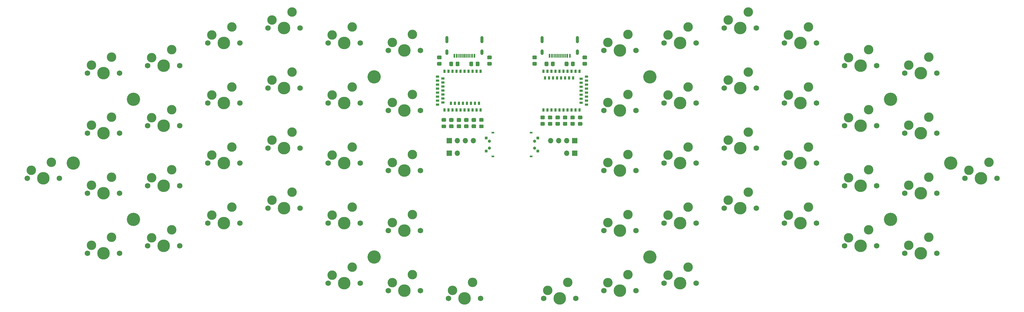
<source format=gts>
%TF.GenerationSoftware,KiCad,Pcbnew,(5.1.7)-1*%
%TF.CreationDate,2021-02-08T18:02:38+08:00*%
%TF.ProjectId,jiran-ble,6a697261-6e2d-4626-9c65-2e6b69636164,rev?*%
%TF.SameCoordinates,Original*%
%TF.FileFunction,Soldermask,Top*%
%TF.FilePolarity,Negative*%
%FSLAX46Y46*%
G04 Gerber Fmt 4.6, Leading zero omitted, Abs format (unit mm)*
G04 Created by KiCad (PCBNEW (5.1.7)-1) date 2021-02-08 18:02:38*
%MOMM*%
%LPD*%
G01*
G04 APERTURE LIST*
%ADD10R,0.650000X1.000000*%
%ADD11R,1.000000X0.650000*%
%ADD12C,3.987800*%
%ADD13C,3.000000*%
%ADD14C,1.750000*%
%ADD15R,0.900000X0.900000*%
%ADD16R,0.900000X0.500000*%
%ADD17C,1.000000*%
%ADD18R,0.300000X1.250000*%
%ADD19R,0.540000X1.250000*%
%ADD20O,1.700000X1.700000*%
%ADD21R,1.700000X1.700000*%
%ADD22C,4.200000*%
G04 APERTURE END LIST*
D10*
%TO.C,U5*%
X196155000Y-67237750D03*
X204283000Y-57077750D03*
X200473000Y-57077750D03*
D11*
X208534000Y-56698750D03*
D10*
X199965000Y-67237750D03*
X197425000Y-67237750D03*
D11*
X206823000Y-62411750D03*
D10*
X197425000Y-54999750D03*
D11*
X206823000Y-59871750D03*
X208534000Y-64318750D03*
D10*
X205045000Y-67237750D03*
X198695000Y-54999750D03*
D11*
X206823000Y-63681750D03*
X206823000Y-58601750D03*
D10*
X195393000Y-57077750D03*
X199965000Y-54999750D03*
X203013000Y-57077750D03*
X201235000Y-67237750D03*
X202505000Y-67237750D03*
X197933000Y-57077750D03*
X206315000Y-67237750D03*
X206315000Y-54999750D03*
X199203000Y-57077750D03*
D11*
X208534000Y-65588750D03*
D10*
X201743000Y-57077750D03*
X194885000Y-67237750D03*
X196663000Y-57077750D03*
D11*
X208534000Y-57968750D03*
D10*
X205045000Y-54999750D03*
X196155000Y-54999750D03*
D11*
X208534000Y-63048750D03*
D10*
X202505000Y-54999750D03*
D11*
X208534000Y-61778750D03*
D10*
X194885000Y-54999750D03*
D11*
X206823000Y-64951750D03*
X208534000Y-59238750D03*
X206823000Y-61141750D03*
X208534000Y-60508750D03*
D10*
X203775000Y-67237750D03*
X198695000Y-67237750D03*
D11*
X206823000Y-57331750D03*
D10*
X201235000Y-54999750D03*
X203775000Y-54999750D03*
%TD*%
%TO.C,U2*%
X173732500Y-54999750D03*
X165604500Y-65159750D03*
X169414500Y-65159750D03*
D11*
X161353500Y-65538750D03*
D10*
X169922500Y-54999750D03*
X172462500Y-54999750D03*
D11*
X163064500Y-59825750D03*
D10*
X172462500Y-67237750D03*
D11*
X163064500Y-62365750D03*
X161353500Y-57918750D03*
D10*
X164842500Y-54999750D03*
X171192500Y-67237750D03*
D11*
X163064500Y-58555750D03*
X163064500Y-63635750D03*
D10*
X174494500Y-65159750D03*
X169922500Y-67237750D03*
X166874500Y-65159750D03*
X168652500Y-54999750D03*
X167382500Y-54999750D03*
X171954500Y-65159750D03*
X163572500Y-54999750D03*
X163572500Y-67237750D03*
X170684500Y-65159750D03*
D11*
X161353500Y-56648750D03*
D10*
X168144500Y-65159750D03*
X175002500Y-54999750D03*
X173224500Y-65159750D03*
D11*
X161353500Y-64268750D03*
D10*
X164842500Y-67237750D03*
X173732500Y-67237750D03*
D11*
X161353500Y-59188750D03*
D10*
X167382500Y-67237750D03*
D11*
X161353500Y-60458750D03*
D10*
X175002500Y-67237750D03*
D11*
X163064500Y-57285750D03*
X161353500Y-62998750D03*
X163064500Y-61095750D03*
X161353500Y-61728750D03*
D10*
X166112500Y-54999750D03*
X171192500Y-54999750D03*
D11*
X163064500Y-64905750D03*
D10*
X168652500Y-67237750D03*
X166112500Y-67237750D03*
%TD*%
D12*
%TO.C,SW32*%
X295275000Y-53181250D03*
D13*
X297815000Y-48101250D03*
D14*
X300355000Y-53181250D03*
D13*
X291465000Y-50641250D03*
D14*
X290195000Y-53181250D03*
%TD*%
D12*
%TO.C,SW31*%
X314325000Y-55562500D03*
D13*
X316865000Y-50482500D03*
D14*
X319405000Y-55562500D03*
D13*
X310515000Y-53022500D03*
D14*
X309245000Y-55562500D03*
%TD*%
D12*
%TO.C,SW29*%
X169862500Y-127000000D03*
D13*
X172402500Y-121920000D03*
D14*
X174942500Y-127000000D03*
D13*
X166052500Y-124460000D03*
D14*
X164782500Y-127000000D03*
%TD*%
D15*
%TO.C,SW1*%
X176800000Y-80332000D03*
X176800000Y-76132000D03*
D16*
X178900000Y-82032000D03*
X178900000Y-74432000D03*
D17*
X177800000Y-79332000D03*
X177800000Y-77132000D03*
%TD*%
%TO.C,R18*%
G36*
G01*
X199840001Y-72243750D02*
X198939999Y-72243750D01*
G75*
G02*
X198690000Y-71993751I0J249999D01*
G01*
X198690000Y-71293749D01*
G75*
G02*
X198939999Y-71043750I249999J0D01*
G01*
X199840001Y-71043750D01*
G75*
G02*
X200090000Y-71293749I0J-249999D01*
G01*
X200090000Y-71993751D01*
G75*
G02*
X199840001Y-72243750I-249999J0D01*
G01*
G37*
G36*
G01*
X199840001Y-70243750D02*
X198939999Y-70243750D01*
G75*
G02*
X198690000Y-69993751I0J249999D01*
G01*
X198690000Y-69293749D01*
G75*
G02*
X198939999Y-69043750I249999J0D01*
G01*
X199840001Y-69043750D01*
G75*
G02*
X200090000Y-69293749I0J-249999D01*
G01*
X200090000Y-69993751D01*
G75*
G02*
X199840001Y-70243750I-249999J0D01*
G01*
G37*
%TD*%
%TO.C,R17*%
G36*
G01*
X204570751Y-72243750D02*
X203670749Y-72243750D01*
G75*
G02*
X203420750Y-71993751I0J249999D01*
G01*
X203420750Y-71293749D01*
G75*
G02*
X203670749Y-71043750I249999J0D01*
G01*
X204570751Y-71043750D01*
G75*
G02*
X204820750Y-71293749I0J-249999D01*
G01*
X204820750Y-71993751D01*
G75*
G02*
X204570751Y-72243750I-249999J0D01*
G01*
G37*
G36*
G01*
X204570751Y-70243750D02*
X203670749Y-70243750D01*
G75*
G02*
X203420750Y-69993751I0J249999D01*
G01*
X203420750Y-69293749D01*
G75*
G02*
X203670749Y-69043750I249999J0D01*
G01*
X204570751Y-69043750D01*
G75*
G02*
X204820750Y-69293749I0J-249999D01*
G01*
X204820750Y-69993751D01*
G75*
G02*
X204570751Y-70243750I-249999J0D01*
G01*
G37*
%TD*%
D18*
%TO.C,J5*%
X200775000Y-50087500D03*
D17*
X205600300Y-44627800D03*
X205600300Y-44932600D03*
X194449700Y-45554900D03*
D18*
X199275000Y-50087500D03*
D19*
X197625000Y-50087500D03*
D17*
X194449700Y-45262800D03*
X194449700Y-44919900D03*
X194449700Y-44615100D03*
X194449400Y-44335700D03*
X205600300Y-45275500D03*
D18*
X201275000Y-50087500D03*
X199775000Y-50087500D03*
D19*
X202425000Y-50087500D03*
X196825000Y-50087500D03*
D17*
X194449700Y-49098200D03*
X194450000Y-49343500D03*
X194450000Y-48581500D03*
X194450000Y-48844200D03*
X205600600Y-49343500D03*
X205600600Y-48581500D03*
X205600300Y-49098200D03*
D19*
X203225000Y-50087500D03*
D18*
X198275000Y-50087500D03*
X200275000Y-50087500D03*
D17*
X205600600Y-48844200D03*
X205600300Y-45567600D03*
X205600000Y-44348400D03*
D18*
X201783000Y-50087500D03*
X198775000Y-50087500D03*
%TD*%
D20*
%TO.C,J3*%
X172720000Y-76993750D03*
D21*
X165100000Y-76993750D03*
D20*
X167640000Y-76993750D03*
X170180000Y-76993750D03*
%TD*%
D18*
%TO.C,J2*%
X170612500Y-50087500D03*
D17*
X175437800Y-44627800D03*
X175437800Y-44932600D03*
X164287200Y-45554900D03*
D18*
X169112500Y-50087500D03*
D19*
X167462500Y-50087500D03*
D17*
X164287200Y-45262800D03*
X164287200Y-44919900D03*
X164287200Y-44615100D03*
X164286900Y-44335700D03*
X175437800Y-45275500D03*
D18*
X171112500Y-50087500D03*
X169612500Y-50087500D03*
D19*
X172262500Y-50087500D03*
X166662500Y-50087500D03*
D17*
X164287200Y-49098200D03*
X164287500Y-49343500D03*
X164287500Y-48581500D03*
X164287500Y-48844200D03*
X175438100Y-49343500D03*
X175438100Y-48581500D03*
X175437800Y-49098200D03*
D19*
X173062500Y-50087500D03*
D18*
X168112500Y-50087500D03*
X170112500Y-50087500D03*
D17*
X175438100Y-48844200D03*
X175437800Y-45567600D03*
X175437500Y-44348400D03*
D18*
X171620500Y-50087500D03*
X168612500Y-50087500D03*
%TD*%
D22*
%TO.C,HM10*%
X323850000Y-84137500D03*
%TD*%
%TO.C,HM9*%
X304800000Y-101996875D03*
%TD*%
%TO.C,HM8*%
X304800000Y-63896875D03*
%TD*%
%TO.C,HM7*%
X228600000Y-56753125D03*
%TD*%
%TO.C,HM6*%
X228600000Y-113903125D03*
%TD*%
%TO.C,HM5*%
X46037500Y-84137500D03*
%TD*%
%TO.C,HM4*%
X65087500Y-101996875D03*
%TD*%
%TO.C,HM3*%
X65087500Y-63896875D03*
%TD*%
%TO.C,HM2*%
X141287500Y-56753125D03*
%TD*%
%TO.C,HM1*%
X141287500Y-113903125D03*
%TD*%
D12*
%TO.C,SW58*%
X200025000Y-127000000D03*
D13*
X202565000Y-121920000D03*
D14*
X205105000Y-127000000D03*
D13*
X196215000Y-124460000D03*
D14*
X194945000Y-127000000D03*
%TD*%
D12*
%TO.C,SW57*%
X219075000Y-124618750D03*
D13*
X221615000Y-119538750D03*
D14*
X224155000Y-124618750D03*
D13*
X215265000Y-122078750D03*
D14*
X213995000Y-124618750D03*
%TD*%
D12*
%TO.C,SW56*%
X238125000Y-122237500D03*
D13*
X240665000Y-117157500D03*
D14*
X243205000Y-122237500D03*
D13*
X234315000Y-119697500D03*
D14*
X233045000Y-122237500D03*
%TD*%
D12*
%TO.C,SW55*%
X333375000Y-88900000D03*
D13*
X335915000Y-83820000D03*
D14*
X338455000Y-88900000D03*
D13*
X329565000Y-86360000D03*
D14*
X328295000Y-88900000D03*
%TD*%
D12*
%TO.C,SW54*%
X219075000Y-105568750D03*
D13*
X221615000Y-100488750D03*
D14*
X224155000Y-105568750D03*
D13*
X215265000Y-103028750D03*
D14*
X213995000Y-105568750D03*
%TD*%
D12*
%TO.C,SW53*%
X238125000Y-103187500D03*
D13*
X240665000Y-98107500D03*
D14*
X243205000Y-103187500D03*
D13*
X234315000Y-100647500D03*
D14*
X233045000Y-103187500D03*
%TD*%
D12*
%TO.C,SW52*%
X257175000Y-98425000D03*
D13*
X259715000Y-93345000D03*
D14*
X262255000Y-98425000D03*
D13*
X253365000Y-95885000D03*
D14*
X252095000Y-98425000D03*
%TD*%
D12*
%TO.C,SW51*%
X276225000Y-103187500D03*
D13*
X278765000Y-98107500D03*
D14*
X281305000Y-103187500D03*
D13*
X272415000Y-100647500D03*
D14*
X271145000Y-103187500D03*
%TD*%
D12*
%TO.C,SW50*%
X295275000Y-110331250D03*
D13*
X297815000Y-105251250D03*
D14*
X300355000Y-110331250D03*
D13*
X291465000Y-107791250D03*
D14*
X290195000Y-110331250D03*
%TD*%
D12*
%TO.C,SW49*%
X314325000Y-112712500D03*
D13*
X316865000Y-107632500D03*
D14*
X319405000Y-112712500D03*
D13*
X310515000Y-110172500D03*
D14*
X309245000Y-112712500D03*
%TD*%
D12*
%TO.C,SW48*%
X219075000Y-86518750D03*
D13*
X221615000Y-81438750D03*
D14*
X224155000Y-86518750D03*
D13*
X215265000Y-83978750D03*
D14*
X213995000Y-86518750D03*
%TD*%
D12*
%TO.C,SW47*%
X238125000Y-84137500D03*
D13*
X240665000Y-79057500D03*
D14*
X243205000Y-84137500D03*
D13*
X234315000Y-81597500D03*
D14*
X233045000Y-84137500D03*
%TD*%
D12*
%TO.C,SW46*%
X257175000Y-79375000D03*
D13*
X259715000Y-74295000D03*
D14*
X262255000Y-79375000D03*
D13*
X253365000Y-76835000D03*
D14*
X252095000Y-79375000D03*
%TD*%
D12*
%TO.C,SW45*%
X276225000Y-84137500D03*
D13*
X278765000Y-79057500D03*
D14*
X281305000Y-84137500D03*
D13*
X272415000Y-81597500D03*
D14*
X271145000Y-84137500D03*
%TD*%
D12*
%TO.C,SW44*%
X295275000Y-91281250D03*
D13*
X297815000Y-86201250D03*
D14*
X300355000Y-91281250D03*
D13*
X291465000Y-88741250D03*
D14*
X290195000Y-91281250D03*
%TD*%
D12*
%TO.C,SW43*%
X314325000Y-93662500D03*
D13*
X316865000Y-88582500D03*
D14*
X319405000Y-93662500D03*
D13*
X310515000Y-91122500D03*
D14*
X309245000Y-93662500D03*
%TD*%
D12*
%TO.C,SW42*%
X219075000Y-67468750D03*
D13*
X221615000Y-62388750D03*
D14*
X224155000Y-67468750D03*
D13*
X215265000Y-64928750D03*
D14*
X213995000Y-67468750D03*
%TD*%
D12*
%TO.C,SW41*%
X238125000Y-65087500D03*
D13*
X240665000Y-60007500D03*
D14*
X243205000Y-65087500D03*
D13*
X234315000Y-62547500D03*
D14*
X233045000Y-65087500D03*
%TD*%
D12*
%TO.C,SW40*%
X257175000Y-60325000D03*
D13*
X259715000Y-55245000D03*
D14*
X262255000Y-60325000D03*
D13*
X253365000Y-57785000D03*
D14*
X252095000Y-60325000D03*
%TD*%
D12*
%TO.C,SW39*%
X276225000Y-65087500D03*
D13*
X278765000Y-60007500D03*
D14*
X281305000Y-65087500D03*
D13*
X272415000Y-62547500D03*
D14*
X271145000Y-65087500D03*
%TD*%
D12*
%TO.C,SW38*%
X295275000Y-72231250D03*
D13*
X297815000Y-67151250D03*
D14*
X300355000Y-72231250D03*
D13*
X291465000Y-69691250D03*
D14*
X290195000Y-72231250D03*
%TD*%
D12*
%TO.C,SW37*%
X314325000Y-74612500D03*
D13*
X316865000Y-69532500D03*
D14*
X319405000Y-74612500D03*
D13*
X310515000Y-72072500D03*
D14*
X309245000Y-74612500D03*
%TD*%
D12*
%TO.C,SW36*%
X219075000Y-48418750D03*
D13*
X221615000Y-43338750D03*
D14*
X224155000Y-48418750D03*
D13*
X215265000Y-45878750D03*
D14*
X213995000Y-48418750D03*
%TD*%
D12*
%TO.C,SW35*%
X238125000Y-46037500D03*
D13*
X240665000Y-40957500D03*
D14*
X243205000Y-46037500D03*
D13*
X234315000Y-43497500D03*
D14*
X233045000Y-46037500D03*
%TD*%
D12*
%TO.C,SW34*%
X257175000Y-41275000D03*
D13*
X259715000Y-36195000D03*
D14*
X262255000Y-41275000D03*
D13*
X253365000Y-38735000D03*
D14*
X252095000Y-41275000D03*
%TD*%
D12*
%TO.C,SW33*%
X276225000Y-46037500D03*
D13*
X278765000Y-40957500D03*
D14*
X281305000Y-46037500D03*
D13*
X272415000Y-43497500D03*
D14*
X271145000Y-46037500D03*
%TD*%
%TO.C,R16*%
G36*
G01*
X207512499Y-49993750D02*
X208412501Y-49993750D01*
G75*
G02*
X208662500Y-50243749I0J-249999D01*
G01*
X208662500Y-50943751D01*
G75*
G02*
X208412501Y-51193750I-249999J0D01*
G01*
X207512499Y-51193750D01*
G75*
G02*
X207262500Y-50943751I0J249999D01*
G01*
X207262500Y-50243749D01*
G75*
G02*
X207512499Y-49993750I249999J0D01*
G01*
G37*
G36*
G01*
X207512499Y-51993750D02*
X208412501Y-51993750D01*
G75*
G02*
X208662500Y-52243749I0J-249999D01*
G01*
X208662500Y-52943751D01*
G75*
G02*
X208412501Y-53193750I-249999J0D01*
G01*
X207512499Y-53193750D01*
G75*
G02*
X207262500Y-52943751I0J249999D01*
G01*
X207262500Y-52243749D01*
G75*
G02*
X207512499Y-51993750I249999J0D01*
G01*
G37*
%TD*%
%TO.C,R15*%
G36*
G01*
X202189501Y-72243750D02*
X201289499Y-72243750D01*
G75*
G02*
X201039500Y-71993751I0J249999D01*
G01*
X201039500Y-71293749D01*
G75*
G02*
X201289499Y-71043750I249999J0D01*
G01*
X202189501Y-71043750D01*
G75*
G02*
X202439500Y-71293749I0J-249999D01*
G01*
X202439500Y-71993751D01*
G75*
G02*
X202189501Y-72243750I-249999J0D01*
G01*
G37*
G36*
G01*
X202189501Y-70243750D02*
X201289499Y-70243750D01*
G75*
G02*
X201039500Y-69993751I0J249999D01*
G01*
X201039500Y-69293749D01*
G75*
G02*
X201289499Y-69043750I249999J0D01*
G01*
X202189501Y-69043750D01*
G75*
G02*
X202439500Y-69293749I0J-249999D01*
G01*
X202439500Y-69993751D01*
G75*
G02*
X202189501Y-70243750I-249999J0D01*
G01*
G37*
%TD*%
%TO.C,R13*%
G36*
G01*
X197458751Y-72243750D02*
X196558749Y-72243750D01*
G75*
G02*
X196308750Y-71993751I0J249999D01*
G01*
X196308750Y-71293749D01*
G75*
G02*
X196558749Y-71043750I249999J0D01*
G01*
X197458751Y-71043750D01*
G75*
G02*
X197708750Y-71293749I0J-249999D01*
G01*
X197708750Y-71993751D01*
G75*
G02*
X197458751Y-72243750I-249999J0D01*
G01*
G37*
G36*
G01*
X197458751Y-70243750D02*
X196558749Y-70243750D01*
G75*
G02*
X196308750Y-69993751I0J249999D01*
G01*
X196308750Y-69293749D01*
G75*
G02*
X196558749Y-69043750I249999J0D01*
G01*
X197458751Y-69043750D01*
G75*
G02*
X197708750Y-69293749I0J-249999D01*
G01*
X197708750Y-69993751D01*
G75*
G02*
X197458751Y-70243750I-249999J0D01*
G01*
G37*
%TD*%
%TO.C,R12*%
G36*
G01*
X192537501Y-53193750D02*
X191637499Y-53193750D01*
G75*
G02*
X191387500Y-52943751I0J249999D01*
G01*
X191387500Y-52243749D01*
G75*
G02*
X191637499Y-51993750I249999J0D01*
G01*
X192537501Y-51993750D01*
G75*
G02*
X192787500Y-52243749I0J-249999D01*
G01*
X192787500Y-52943751D01*
G75*
G02*
X192537501Y-53193750I-249999J0D01*
G01*
G37*
G36*
G01*
X192537501Y-51193750D02*
X191637499Y-51193750D01*
G75*
G02*
X191387500Y-50943751I0J249999D01*
G01*
X191387500Y-50243749D01*
G75*
G02*
X191637499Y-49993750I249999J0D01*
G01*
X192537501Y-49993750D01*
G75*
G02*
X192787500Y-50243749I0J-249999D01*
G01*
X192787500Y-50943751D01*
G75*
G02*
X192537501Y-51193750I-249999J0D01*
G01*
G37*
%TD*%
%TO.C,R11*%
G36*
G01*
X198450000Y-52191499D02*
X198450000Y-53091501D01*
G75*
G02*
X198200001Y-53341500I-249999J0D01*
G01*
X197499999Y-53341500D01*
G75*
G02*
X197250000Y-53091501I0J249999D01*
G01*
X197250000Y-52191499D01*
G75*
G02*
X197499999Y-51941500I249999J0D01*
G01*
X198200001Y-51941500D01*
G75*
G02*
X198450000Y-52191499I0J-249999D01*
G01*
G37*
G36*
G01*
X196450000Y-52191499D02*
X196450000Y-53091501D01*
G75*
G02*
X196200001Y-53341500I-249999J0D01*
G01*
X195499999Y-53341500D01*
G75*
G02*
X195250000Y-53091501I0J249999D01*
G01*
X195250000Y-52191499D01*
G75*
G02*
X195499999Y-51941500I249999J0D01*
G01*
X196200001Y-51941500D01*
G75*
G02*
X196450000Y-52191499I0J-249999D01*
G01*
G37*
%TD*%
%TO.C,R10*%
G36*
G01*
X201600000Y-53091501D02*
X201600000Y-52191499D01*
G75*
G02*
X201849999Y-51941500I249999J0D01*
G01*
X202550001Y-51941500D01*
G75*
G02*
X202800000Y-52191499I0J-249999D01*
G01*
X202800000Y-53091501D01*
G75*
G02*
X202550001Y-53341500I-249999J0D01*
G01*
X201849999Y-53341500D01*
G75*
G02*
X201600000Y-53091501I0J249999D01*
G01*
G37*
G36*
G01*
X203600000Y-53091501D02*
X203600000Y-52191499D01*
G75*
G02*
X203849999Y-51941500I249999J0D01*
G01*
X204550001Y-51941500D01*
G75*
G02*
X204800000Y-52191499I0J-249999D01*
G01*
X204800000Y-53091501D01*
G75*
G02*
X204550001Y-53341500I-249999J0D01*
G01*
X203849999Y-53341500D01*
G75*
G02*
X203600000Y-53091501I0J249999D01*
G01*
G37*
%TD*%
%TO.C,R9*%
G36*
G01*
X170015749Y-69837500D02*
X170915751Y-69837500D01*
G75*
G02*
X171165750Y-70087499I0J-249999D01*
G01*
X171165750Y-70787501D01*
G75*
G02*
X170915751Y-71037500I-249999J0D01*
G01*
X170015749Y-71037500D01*
G75*
G02*
X169765750Y-70787501I0J249999D01*
G01*
X169765750Y-70087499D01*
G75*
G02*
X170015749Y-69837500I249999J0D01*
G01*
G37*
G36*
G01*
X170015749Y-71837500D02*
X170915751Y-71837500D01*
G75*
G02*
X171165750Y-72087499I0J-249999D01*
G01*
X171165750Y-72787501D01*
G75*
G02*
X170915751Y-73037500I-249999J0D01*
G01*
X170015749Y-73037500D01*
G75*
G02*
X169765750Y-72787501I0J249999D01*
G01*
X169765750Y-72087499D01*
G75*
G02*
X170015749Y-71837500I249999J0D01*
G01*
G37*
%TD*%
%TO.C,LED4*%
G36*
G01*
X206952001Y-72243750D02*
X206051999Y-72243750D01*
G75*
G02*
X205802000Y-71993751I0J249999D01*
G01*
X205802000Y-71343749D01*
G75*
G02*
X206051999Y-71093750I249999J0D01*
G01*
X206952001Y-71093750D01*
G75*
G02*
X207202000Y-71343749I0J-249999D01*
G01*
X207202000Y-71993751D01*
G75*
G02*
X206952001Y-72243750I-249999J0D01*
G01*
G37*
G36*
G01*
X206952001Y-70193750D02*
X206051999Y-70193750D01*
G75*
G02*
X205802000Y-69943751I0J249999D01*
G01*
X205802000Y-69293749D01*
G75*
G02*
X206051999Y-69043750I249999J0D01*
G01*
X206952001Y-69043750D01*
G75*
G02*
X207202000Y-69293749I0J-249999D01*
G01*
X207202000Y-69943751D01*
G75*
G02*
X206952001Y-70193750I-249999J0D01*
G01*
G37*
%TD*%
%TO.C,LED3*%
G36*
G01*
X195077501Y-72243750D02*
X194177499Y-72243750D01*
G75*
G02*
X193927500Y-71993751I0J249999D01*
G01*
X193927500Y-71343749D01*
G75*
G02*
X194177499Y-71093750I249999J0D01*
G01*
X195077501Y-71093750D01*
G75*
G02*
X195327500Y-71343749I0J-249999D01*
G01*
X195327500Y-71993751D01*
G75*
G02*
X195077501Y-72243750I-249999J0D01*
G01*
G37*
G36*
G01*
X195077501Y-70193750D02*
X194177499Y-70193750D01*
G75*
G02*
X193927500Y-69943751I0J249999D01*
G01*
X193927500Y-69293749D01*
G75*
G02*
X194177499Y-69043750I249999J0D01*
G01*
X195077501Y-69043750D01*
G75*
G02*
X195327500Y-69293749I0J-249999D01*
G01*
X195327500Y-69943751D01*
G75*
G02*
X195077501Y-70193750I-249999J0D01*
G01*
G37*
%TD*%
D20*
%TO.C,J6*%
X197167500Y-76962000D03*
D21*
X204787500Y-76962000D03*
D20*
X202247500Y-76962000D03*
X199707500Y-76962000D03*
%TD*%
D15*
%TO.C,SW30*%
X193087500Y-76132000D03*
X193087500Y-80332000D03*
D16*
X190987500Y-74432000D03*
X190987500Y-82032000D03*
D17*
X192087500Y-77132000D03*
X192087500Y-79332000D03*
%TD*%
D12*
%TO.C,SW28*%
X150812500Y-124618750D03*
D13*
X153352500Y-119538750D03*
D14*
X155892500Y-124618750D03*
D13*
X147002500Y-122078750D03*
D14*
X145732500Y-124618750D03*
%TD*%
D12*
%TO.C,SW27*%
X131762500Y-122237500D03*
D13*
X134302500Y-117157500D03*
D14*
X136842500Y-122237500D03*
D13*
X127952500Y-119697500D03*
D14*
X126682500Y-122237500D03*
%TD*%
D12*
%TO.C,SW26*%
X36512500Y-88900000D03*
D13*
X39052500Y-83820000D03*
D14*
X41592500Y-88900000D03*
D13*
X32702500Y-86360000D03*
D14*
X31432500Y-88900000D03*
%TD*%
D12*
%TO.C,SW25*%
X150812500Y-105568750D03*
D13*
X153352500Y-100488750D03*
D14*
X155892500Y-105568750D03*
D13*
X147002500Y-103028750D03*
D14*
X145732500Y-105568750D03*
%TD*%
D12*
%TO.C,SW24*%
X131762500Y-103187500D03*
D13*
X134302500Y-98107500D03*
D14*
X136842500Y-103187500D03*
D13*
X127952500Y-100647500D03*
D14*
X126682500Y-103187500D03*
%TD*%
D12*
%TO.C,SW23*%
X112712500Y-98425000D03*
D13*
X115252500Y-93345000D03*
D14*
X117792500Y-98425000D03*
D13*
X108902500Y-95885000D03*
D14*
X107632500Y-98425000D03*
%TD*%
D12*
%TO.C,SW22*%
X93662500Y-103187500D03*
D13*
X96202500Y-98107500D03*
D14*
X98742500Y-103187500D03*
D13*
X89852500Y-100647500D03*
D14*
X88582500Y-103187500D03*
%TD*%
D12*
%TO.C,SW21*%
X74612500Y-110331250D03*
D13*
X77152500Y-105251250D03*
D14*
X79692500Y-110331250D03*
D13*
X70802500Y-107791250D03*
D14*
X69532500Y-110331250D03*
%TD*%
D12*
%TO.C,SW20*%
X55562500Y-112712500D03*
D13*
X58102500Y-107632500D03*
D14*
X60642500Y-112712500D03*
D13*
X51752500Y-110172500D03*
D14*
X50482500Y-112712500D03*
%TD*%
D12*
%TO.C,SW19*%
X150812500Y-86518750D03*
D13*
X153352500Y-81438750D03*
D14*
X155892500Y-86518750D03*
D13*
X147002500Y-83978750D03*
D14*
X145732500Y-86518750D03*
%TD*%
D12*
%TO.C,SW18*%
X131762500Y-84137500D03*
D13*
X134302500Y-79057500D03*
D14*
X136842500Y-84137500D03*
D13*
X127952500Y-81597500D03*
D14*
X126682500Y-84137500D03*
%TD*%
D12*
%TO.C,SW17*%
X112712500Y-79375000D03*
D13*
X115252500Y-74295000D03*
D14*
X117792500Y-79375000D03*
D13*
X108902500Y-76835000D03*
D14*
X107632500Y-79375000D03*
%TD*%
D12*
%TO.C,SW16*%
X93662500Y-84137500D03*
D13*
X96202500Y-79057500D03*
D14*
X98742500Y-84137500D03*
D13*
X89852500Y-81597500D03*
D14*
X88582500Y-84137500D03*
%TD*%
D12*
%TO.C,SW15*%
X74612500Y-91281250D03*
D13*
X77152500Y-86201250D03*
D14*
X79692500Y-91281250D03*
D13*
X70802500Y-88741250D03*
D14*
X69532500Y-91281250D03*
%TD*%
D12*
%TO.C,SW14*%
X55562500Y-93662500D03*
D13*
X58102500Y-88582500D03*
D14*
X60642500Y-93662500D03*
D13*
X51752500Y-91122500D03*
D14*
X50482500Y-93662500D03*
%TD*%
D12*
%TO.C,SW13*%
X150812500Y-67468750D03*
D13*
X153352500Y-62388750D03*
D14*
X155892500Y-67468750D03*
D13*
X147002500Y-64928750D03*
D14*
X145732500Y-67468750D03*
%TD*%
D12*
%TO.C,SW12*%
X131762500Y-65087500D03*
D13*
X134302500Y-60007500D03*
D14*
X136842500Y-65087500D03*
D13*
X127952500Y-62547500D03*
D14*
X126682500Y-65087500D03*
%TD*%
D12*
%TO.C,SW11*%
X112712500Y-60325000D03*
D13*
X115252500Y-55245000D03*
D14*
X117792500Y-60325000D03*
D13*
X108902500Y-57785000D03*
D14*
X107632500Y-60325000D03*
%TD*%
D12*
%TO.C,SW10*%
X93662500Y-65087500D03*
D13*
X96202500Y-60007500D03*
D14*
X98742500Y-65087500D03*
D13*
X89852500Y-62547500D03*
D14*
X88582500Y-65087500D03*
%TD*%
D12*
%TO.C,SW9*%
X74612500Y-72231250D03*
D13*
X77152500Y-67151250D03*
D14*
X79692500Y-72231250D03*
D13*
X70802500Y-69691250D03*
D14*
X69532500Y-72231250D03*
%TD*%
D12*
%TO.C,SW8*%
X55562500Y-74612500D03*
D13*
X58102500Y-69532500D03*
D14*
X60642500Y-74612500D03*
D13*
X51752500Y-72072500D03*
D14*
X50482500Y-74612500D03*
%TD*%
D12*
%TO.C,SW7*%
X150812500Y-48418750D03*
D13*
X153352500Y-43338750D03*
D14*
X155892500Y-48418750D03*
D13*
X147002500Y-45878750D03*
D14*
X145732500Y-48418750D03*
%TD*%
D12*
%TO.C,SW6*%
X131762500Y-46037500D03*
D13*
X134302500Y-40957500D03*
D14*
X136842500Y-46037500D03*
D13*
X127952500Y-43497500D03*
D14*
X126682500Y-46037500D03*
%TD*%
D12*
%TO.C,SW5*%
X112712500Y-41275000D03*
D13*
X115252500Y-36195000D03*
D14*
X117792500Y-41275000D03*
D13*
X108902500Y-38735000D03*
D14*
X107632500Y-41275000D03*
%TD*%
D12*
%TO.C,SW4*%
X93662500Y-46037500D03*
D13*
X96202500Y-40957500D03*
D14*
X98742500Y-46037500D03*
D13*
X89852500Y-43497500D03*
D14*
X88582500Y-46037500D03*
%TD*%
D12*
%TO.C,SW3*%
X74612500Y-53181250D03*
D13*
X77152500Y-48101250D03*
D14*
X79692500Y-53181250D03*
D13*
X70802500Y-50641250D03*
D14*
X69532500Y-53181250D03*
%TD*%
D12*
%TO.C,SW2*%
X55562500Y-55562500D03*
D13*
X58102500Y-50482500D03*
D14*
X60642500Y-55562500D03*
D13*
X51752500Y-53022500D03*
D14*
X50482500Y-55562500D03*
%TD*%
%TO.C,R8*%
G36*
G01*
X166185001Y-73037500D02*
X165284999Y-73037500D01*
G75*
G02*
X165035000Y-72787501I0J249999D01*
G01*
X165035000Y-72087499D01*
G75*
G02*
X165284999Y-71837500I249999J0D01*
G01*
X166185001Y-71837500D01*
G75*
G02*
X166435000Y-72087499I0J-249999D01*
G01*
X166435000Y-72787501D01*
G75*
G02*
X166185001Y-73037500I-249999J0D01*
G01*
G37*
G36*
G01*
X166185001Y-71037500D02*
X165284999Y-71037500D01*
G75*
G02*
X165035000Y-70787501I0J249999D01*
G01*
X165035000Y-70087499D01*
G75*
G02*
X165284999Y-69837500I249999J0D01*
G01*
X166185001Y-69837500D01*
G75*
G02*
X166435000Y-70087499I0J-249999D01*
G01*
X166435000Y-70787501D01*
G75*
G02*
X166185001Y-71037500I-249999J0D01*
G01*
G37*
%TD*%
%TO.C,R7*%
G36*
G01*
X161474999Y-49993750D02*
X162375001Y-49993750D01*
G75*
G02*
X162625000Y-50243749I0J-249999D01*
G01*
X162625000Y-50943751D01*
G75*
G02*
X162375001Y-51193750I-249999J0D01*
G01*
X161474999Y-51193750D01*
G75*
G02*
X161225000Y-50943751I0J249999D01*
G01*
X161225000Y-50243749D01*
G75*
G02*
X161474999Y-49993750I249999J0D01*
G01*
G37*
G36*
G01*
X161474999Y-51993750D02*
X162375001Y-51993750D01*
G75*
G02*
X162625000Y-52243749I0J-249999D01*
G01*
X162625000Y-52943751D01*
G75*
G02*
X162375001Y-53193750I-249999J0D01*
G01*
X161474999Y-53193750D01*
G75*
G02*
X161225000Y-52943751I0J249999D01*
G01*
X161225000Y-52243749D01*
G75*
G02*
X161474999Y-51993750I249999J0D01*
G01*
G37*
%TD*%
%TO.C,R5*%
G36*
G01*
X178250001Y-53193750D02*
X177349999Y-53193750D01*
G75*
G02*
X177100000Y-52943751I0J249999D01*
G01*
X177100000Y-52243749D01*
G75*
G02*
X177349999Y-51993750I249999J0D01*
G01*
X178250001Y-51993750D01*
G75*
G02*
X178500000Y-52243749I0J-249999D01*
G01*
X178500000Y-52943751D01*
G75*
G02*
X178250001Y-53193750I-249999J0D01*
G01*
G37*
G36*
G01*
X178250001Y-51193750D02*
X177349999Y-51193750D01*
G75*
G02*
X177100000Y-50943751I0J249999D01*
G01*
X177100000Y-50243749D01*
G75*
G02*
X177349999Y-49993750I249999J0D01*
G01*
X178250001Y-49993750D01*
G75*
G02*
X178500000Y-50243749I0J-249999D01*
G01*
X178500000Y-50943751D01*
G75*
G02*
X178250001Y-51193750I-249999J0D01*
G01*
G37*
%TD*%
%TO.C,R4*%
G36*
G01*
X167666249Y-69837500D02*
X168566251Y-69837500D01*
G75*
G02*
X168816250Y-70087499I0J-249999D01*
G01*
X168816250Y-70787501D01*
G75*
G02*
X168566251Y-71037500I-249999J0D01*
G01*
X167666249Y-71037500D01*
G75*
G02*
X167416250Y-70787501I0J249999D01*
G01*
X167416250Y-70087499D01*
G75*
G02*
X167666249Y-69837500I249999J0D01*
G01*
G37*
G36*
G01*
X167666249Y-71837500D02*
X168566251Y-71837500D01*
G75*
G02*
X168816250Y-72087499I0J-249999D01*
G01*
X168816250Y-72787501D01*
G75*
G02*
X168566251Y-73037500I-249999J0D01*
G01*
X167666249Y-73037500D01*
G75*
G02*
X167416250Y-72787501I0J249999D01*
G01*
X167416250Y-72087499D01*
G75*
G02*
X167666249Y-71837500I249999J0D01*
G01*
G37*
%TD*%
%TO.C,R3*%
G36*
G01*
X173297001Y-73037500D02*
X172396999Y-73037500D01*
G75*
G02*
X172147000Y-72787501I0J249999D01*
G01*
X172147000Y-72087499D01*
G75*
G02*
X172396999Y-71837500I249999J0D01*
G01*
X173297001Y-71837500D01*
G75*
G02*
X173547000Y-72087499I0J-249999D01*
G01*
X173547000Y-72787501D01*
G75*
G02*
X173297001Y-73037500I-249999J0D01*
G01*
G37*
G36*
G01*
X173297001Y-71037500D02*
X172396999Y-71037500D01*
G75*
G02*
X172147000Y-70787501I0J249999D01*
G01*
X172147000Y-70087499D01*
G75*
G02*
X172396999Y-69837500I249999J0D01*
G01*
X173297001Y-69837500D01*
G75*
G02*
X173547000Y-70087499I0J-249999D01*
G01*
X173547000Y-70787501D01*
G75*
G02*
X173297001Y-71037500I-249999J0D01*
G01*
G37*
%TD*%
%TO.C,R2*%
G36*
G01*
X168287500Y-52191499D02*
X168287500Y-53091501D01*
G75*
G02*
X168037501Y-53341500I-249999J0D01*
G01*
X167337499Y-53341500D01*
G75*
G02*
X167087500Y-53091501I0J249999D01*
G01*
X167087500Y-52191499D01*
G75*
G02*
X167337499Y-51941500I249999J0D01*
G01*
X168037501Y-51941500D01*
G75*
G02*
X168287500Y-52191499I0J-249999D01*
G01*
G37*
G36*
G01*
X166287500Y-52191499D02*
X166287500Y-53091501D01*
G75*
G02*
X166037501Y-53341500I-249999J0D01*
G01*
X165337499Y-53341500D01*
G75*
G02*
X165087500Y-53091501I0J249999D01*
G01*
X165087500Y-52191499D01*
G75*
G02*
X165337499Y-51941500I249999J0D01*
G01*
X166037501Y-51941500D01*
G75*
G02*
X166287500Y-52191499I0J-249999D01*
G01*
G37*
%TD*%
%TO.C,R1*%
G36*
G01*
X171437500Y-53091501D02*
X171437500Y-52191499D01*
G75*
G02*
X171687499Y-51941500I249999J0D01*
G01*
X172387501Y-51941500D01*
G75*
G02*
X172637500Y-52191499I0J-249999D01*
G01*
X172637500Y-53091501D01*
G75*
G02*
X172387501Y-53341500I-249999J0D01*
G01*
X171687499Y-53341500D01*
G75*
G02*
X171437500Y-53091501I0J249999D01*
G01*
G37*
G36*
G01*
X173437500Y-53091501D02*
X173437500Y-52191499D01*
G75*
G02*
X173687499Y-51941500I249999J0D01*
G01*
X174387501Y-51941500D01*
G75*
G02*
X174637500Y-52191499I0J-249999D01*
G01*
X174637500Y-53091501D01*
G75*
G02*
X174387501Y-53341500I-249999J0D01*
G01*
X173687499Y-53341500D01*
G75*
G02*
X173437500Y-53091501I0J249999D01*
G01*
G37*
%TD*%
%TO.C,LED2*%
G36*
G01*
X163803751Y-73037500D02*
X162903749Y-73037500D01*
G75*
G02*
X162653750Y-72787501I0J249999D01*
G01*
X162653750Y-72137499D01*
G75*
G02*
X162903749Y-71887500I249999J0D01*
G01*
X163803751Y-71887500D01*
G75*
G02*
X164053750Y-72137499I0J-249999D01*
G01*
X164053750Y-72787501D01*
G75*
G02*
X163803751Y-73037500I-249999J0D01*
G01*
G37*
G36*
G01*
X163803751Y-70987500D02*
X162903749Y-70987500D01*
G75*
G02*
X162653750Y-70737501I0J249999D01*
G01*
X162653750Y-70087499D01*
G75*
G02*
X162903749Y-69837500I249999J0D01*
G01*
X163803751Y-69837500D01*
G75*
G02*
X164053750Y-70087499I0J-249999D01*
G01*
X164053750Y-70737501D01*
G75*
G02*
X163803751Y-70987500I-249999J0D01*
G01*
G37*
%TD*%
%TO.C,LED1*%
G36*
G01*
X175678251Y-73037500D02*
X174778249Y-73037500D01*
G75*
G02*
X174528250Y-72787501I0J249999D01*
G01*
X174528250Y-72137499D01*
G75*
G02*
X174778249Y-71887500I249999J0D01*
G01*
X175678251Y-71887500D01*
G75*
G02*
X175928250Y-72137499I0J-249999D01*
G01*
X175928250Y-72787501D01*
G75*
G02*
X175678251Y-73037500I-249999J0D01*
G01*
G37*
G36*
G01*
X175678251Y-70987500D02*
X174778249Y-70987500D01*
G75*
G02*
X174528250Y-70737501I0J249999D01*
G01*
X174528250Y-70087499D01*
G75*
G02*
X174778249Y-69837500I249999J0D01*
G01*
X175678251Y-69837500D01*
G75*
G02*
X175928250Y-70087499I0J-249999D01*
G01*
X175928250Y-70737501D01*
G75*
G02*
X175678251Y-70987500I-249999J0D01*
G01*
G37*
%TD*%
D21*
%TO.C,J4*%
X204787500Y-80962500D03*
D20*
X202247500Y-80962500D03*
%TD*%
D21*
%TO.C,J1*%
X165100000Y-80962500D03*
D20*
X167640000Y-80962500D03*
%TD*%
M02*

</source>
